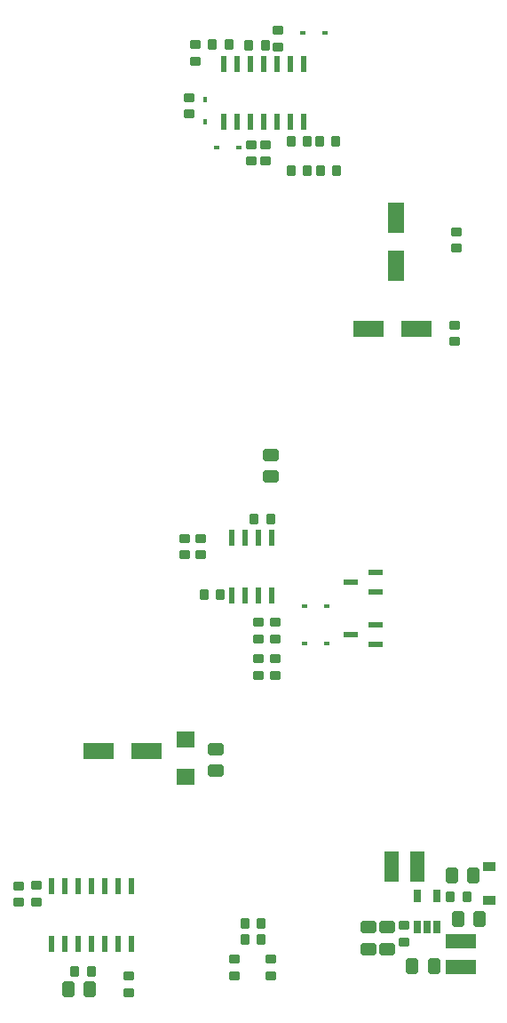
<source format=gbr>
%TF.GenerationSoftware,Altium Limited,Altium Designer,23.1.1 (15)*%
G04 Layer_Color=128*
%FSLAX26Y26*%
%MOIN*%
%TF.SameCoordinates,CF7A6AEE-9E07-4C1C-9DF4-B320C76D0393*%
%TF.FilePolarity,Positive*%
%TF.FileFunction,Paste,Bot*%
%TF.Part,Single*%
G01*
G75*
%TA.AperFunction,SMDPad,CuDef*%
G04:AMPARAMS|DCode=10|XSize=59.055mil|YSize=45.276mil|CornerRadius=5.659mil|HoleSize=0mil|Usage=FLASHONLY|Rotation=0.000|XOffset=0mil|YOffset=0mil|HoleType=Round|Shape=RoundedRectangle|*
%AMROUNDEDRECTD10*
21,1,0.059055,0.033957,0,0,0.0*
21,1,0.047736,0.045276,0,0,0.0*
1,1,0.011319,0.023868,-0.016978*
1,1,0.011319,-0.023868,-0.016978*
1,1,0.011319,-0.023868,0.016978*
1,1,0.011319,0.023868,0.016978*
%
%ADD10ROUNDEDRECTD10*%
%ADD11R,0.066000X0.060000*%
%ADD14R,0.023622X0.059843*%
G04:AMPARAMS|DCode=16|XSize=39.37mil|YSize=31.496mil|CornerRadius=3.937mil|HoleSize=0mil|Usage=FLASHONLY|Rotation=90.000|XOffset=0mil|YOffset=0mil|HoleType=Round|Shape=RoundedRectangle|*
%AMROUNDEDRECTD16*
21,1,0.039370,0.023622,0,0,90.0*
21,1,0.031496,0.031496,0,0,90.0*
1,1,0.007874,0.011811,0.015748*
1,1,0.007874,0.011811,-0.015748*
1,1,0.007874,-0.011811,-0.015748*
1,1,0.007874,-0.011811,0.015748*
%
%ADD16ROUNDEDRECTD16*%
G04:AMPARAMS|DCode=17|XSize=39.37mil|YSize=31.496mil|CornerRadius=3.937mil|HoleSize=0mil|Usage=FLASHONLY|Rotation=180.000|XOffset=0mil|YOffset=0mil|HoleType=Round|Shape=RoundedRectangle|*
%AMROUNDEDRECTD17*
21,1,0.039370,0.023622,0,0,180.0*
21,1,0.031496,0.031496,0,0,180.0*
1,1,0.007874,-0.015748,0.011811*
1,1,0.007874,0.015748,0.011811*
1,1,0.007874,0.015748,-0.011811*
1,1,0.007874,-0.015748,-0.011811*
%
%ADD17ROUNDEDRECTD17*%
G04:AMPARAMS|DCode=18|XSize=59.055mil|YSize=45.276mil|CornerRadius=5.659mil|HoleSize=0mil|Usage=FLASHONLY|Rotation=90.000|XOffset=0mil|YOffset=0mil|HoleType=Round|Shape=RoundedRectangle|*
%AMROUNDEDRECTD18*
21,1,0.059055,0.033957,0,0,90.0*
21,1,0.047736,0.045276,0,0,90.0*
1,1,0.011319,0.016978,0.023868*
1,1,0.011319,0.016978,-0.023868*
1,1,0.011319,-0.016978,-0.023868*
1,1,0.011319,-0.016978,0.023868*
%
%ADD18ROUNDEDRECTD18*%
%ADD19R,0.057087X0.023622*%
%ADD21R,0.023228X0.017716*%
%ADD25R,0.116142X0.064961*%
G04:AMPARAMS|DCode=46|XSize=25.591mil|YSize=47.244mil|CornerRadius=1.919mil|HoleSize=0mil|Usage=FLASHONLY|Rotation=0.000|XOffset=0mil|YOffset=0mil|HoleType=Round|Shape=RoundedRectangle|*
%AMROUNDEDRECTD46*
21,1,0.025591,0.043406,0,0,0.0*
21,1,0.021752,0.047244,0,0,0.0*
1,1,0.003839,0.010876,-0.021703*
1,1,0.003839,-0.010876,-0.021703*
1,1,0.003839,-0.010876,0.021703*
1,1,0.003839,0.010876,0.021703*
%
%ADD46ROUNDEDRECTD46*%
%ADD47R,0.053150X0.118110*%
%ADD48R,0.022835X0.059843*%
%ADD49R,0.118110X0.053150*%
%ADD50R,0.017716X0.023228*%
%ADD51R,0.048032X0.035827*%
%ADD52R,0.064961X0.116142*%
D10*
X944882Y2006890D02*
D03*
Y2087598D02*
D03*
X1381890Y315945D02*
D03*
Y235236D02*
D03*
X1311024Y235236D02*
D03*
Y315945D02*
D03*
X736221Y904528D02*
D03*
Y985236D02*
D03*
D11*
X625984Y881890D02*
D03*
Y1021890D02*
D03*
D14*
X949016Y1560630D02*
D03*
X899016D02*
D03*
X849016D02*
D03*
X799016D02*
D03*
X949016Y1777953D02*
D03*
X899016D02*
D03*
X849016D02*
D03*
X799016D02*
D03*
D16*
X1680110Y429134D02*
D03*
X1618110D02*
D03*
X1130417Y3153543D02*
D03*
X1192417D02*
D03*
X1188480Y3263780D02*
D03*
X1126480D02*
D03*
X786905Y3625984D02*
D03*
X724905D02*
D03*
X1082677Y3263780D02*
D03*
X1020677D02*
D03*
X1020181Y3153543D02*
D03*
X1082181D02*
D03*
X908953Y330709D02*
D03*
X846953D02*
D03*
X209157Y149606D02*
D03*
X271158D02*
D03*
X908457Y271654D02*
D03*
X846457D02*
D03*
X755409Y1562992D02*
D03*
X693409D02*
D03*
X882386Y1846457D02*
D03*
X944386D02*
D03*
X862701Y3622047D02*
D03*
X924701D02*
D03*
D17*
X661417Y3563488D02*
D03*
Y3625488D02*
D03*
X637795Y3366638D02*
D03*
Y3428638D02*
D03*
X622047Y1713094D02*
D03*
Y1775094D02*
D03*
X870079Y3251472D02*
D03*
Y3189472D02*
D03*
X972441Y3618606D02*
D03*
Y3680606D02*
D03*
X1633858Y2512307D02*
D03*
Y2574307D02*
D03*
X1641732Y2924701D02*
D03*
Y2862701D02*
D03*
X960630Y1322339D02*
D03*
Y1260339D02*
D03*
X681102Y1775094D02*
D03*
Y1713094D02*
D03*
X897638Y1322339D02*
D03*
Y1260339D02*
D03*
X807087Y196354D02*
D03*
Y134354D02*
D03*
X409449Y133362D02*
D03*
Y71362D02*
D03*
X944882Y196354D02*
D03*
Y134354D02*
D03*
X64961Y411417D02*
D03*
Y473417D02*
D03*
X-3937Y409945D02*
D03*
Y471945D02*
D03*
X925197Y3189472D02*
D03*
Y3251472D02*
D03*
X960630Y1398134D02*
D03*
Y1460134D02*
D03*
X897638D02*
D03*
Y1398134D02*
D03*
X1444882Y322339D02*
D03*
Y260339D02*
D03*
D18*
X1705709Y511811D02*
D03*
X1625000D02*
D03*
X1729331Y346457D02*
D03*
X1648622D02*
D03*
X1475394Y169291D02*
D03*
X1556102D02*
D03*
X184055Y85142D02*
D03*
X264764D02*
D03*
D19*
X1337598Y1450787D02*
D03*
Y1375984D02*
D03*
X1245079Y1413386D02*
D03*
X1337598Y1647638D02*
D03*
Y1572835D02*
D03*
X1245079Y1610236D02*
D03*
D21*
X825000Y3240157D02*
D03*
X741929D02*
D03*
X1064764Y3669291D02*
D03*
X1147835D02*
D03*
X1072638Y1381890D02*
D03*
X1155709D02*
D03*
X1072638Y1519685D02*
D03*
X1155709D02*
D03*
D25*
X1312008Y2559055D02*
D03*
X1491142D02*
D03*
X476378Y976378D02*
D03*
X297244D02*
D03*
D46*
X1568898Y432087D02*
D03*
X1494095D02*
D03*
Y315945D02*
D03*
X1531496D02*
D03*
X1568898D02*
D03*
D47*
X1396653Y543307D02*
D03*
X1493110D02*
D03*
D48*
X421654Y253543D02*
D03*
X371654D02*
D03*
X321654D02*
D03*
X271654D02*
D03*
X221654D02*
D03*
X171654D02*
D03*
X121653D02*
D03*
X421654Y470866D02*
D03*
X371654D02*
D03*
X321654D02*
D03*
X271654D02*
D03*
X221654D02*
D03*
X171654D02*
D03*
X121653D02*
D03*
X1067323Y3336220D02*
D03*
X1017323D02*
D03*
X967323D02*
D03*
X917323D02*
D03*
X867323D02*
D03*
X817323D02*
D03*
X767323D02*
D03*
X1067323Y3553543D02*
D03*
X1017323D02*
D03*
X967323D02*
D03*
X917323D02*
D03*
X867323D02*
D03*
X817323D02*
D03*
X767323D02*
D03*
D49*
X1657480Y168307D02*
D03*
Y264764D02*
D03*
D50*
X696850Y3336417D02*
D03*
Y3419488D02*
D03*
D51*
X1763780Y543307D02*
D03*
Y417323D02*
D03*
D52*
X1413386Y2975394D02*
D03*
Y2796260D02*
D03*
%TF.MD5,f88833787b0c6154f00fd29e96cf1b56*%
M02*

</source>
